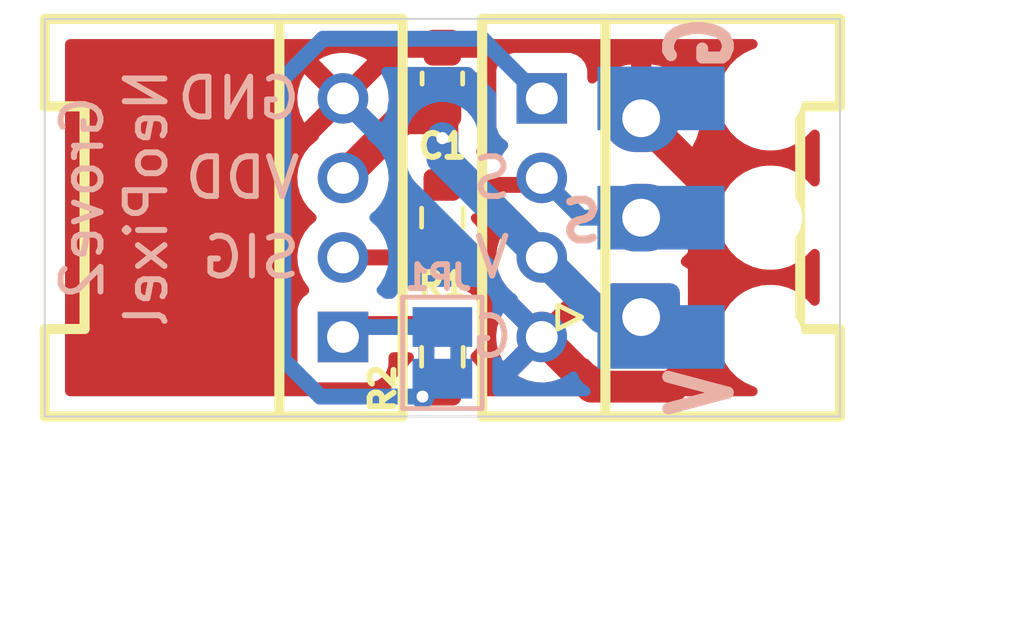
<source format=kicad_pcb>
(kicad_pcb (version 20211014) (generator pcbnew)
  (layers (0 "F.Cu" signal) (31 "B.Cu" signal) (34 "B.Paste" user) (35 "F.Paste" user) (36 "B.SilkS" user "B.Silkscreen") (37 "F.SilkS" user "F.Silkscreen") (38 "B.Mask" user) (39 "F.Mask" user) (44 "Edge.Cuts" user))
  (net 0 "")
  (net 1 "VDD")
  (net 2 "GND")
  (net 3 "Net-(CN1-Pad1)")
  (net 4 "Net-(CN1-Pad2)")
  (net 5 "Net-(CN2-Pad1)")
  (net 6 "Net-(CN2-Pad2)")
  (footprint "akita:MountingHole_1.6mm" (layer "F.Cu") (at 18.75 8)
    (fp_text reference "REF**" hide)
    (fp_text value "MountingHole_1.6mm" hide)
    (pad "" np_thru_hole circle (at 0 0) (size 1.6 1.6) (drill 1.6) (layers F&B.Cu *.Mask))
  )
  (footprint "Resistor_SMD:R_0603_1608Metric" (layer "F.Cu") (at 10.5 8.5 -90)
    (fp_text reference "R2" (at 0.8 1.5 -90) (layer "F.SilkS") (effects (font (size 0.6 0.6))))
    (fp_text value "NA")
    (fp_line (start -0.237258 0.5225) (end 0.237258 0.5225) (layer "F.SilkS") (width 0.12))
    (fp_line (start -0.237258 -0.5225) (end 0.237258 -0.5225) (layer "F.SilkS") (width 0.12))
    (pad "1" smd roundrect locked (at -0.825 0 270) (size 0.8 0.95) (layers "F.Cu" "F.Paste" "F.Mask") (net 3 "Net-(CN1-Pad1)"))
    (pad "2" smd roundrect locked (at 0.825 0 270) (size 0.8 0.95) (layers "F.Cu" "F.Paste" "F.Mask") (net 5 "Net-(CN2-Pad1)"))
  )
  (footprint "Capacitor_SMD:C_0603_1608Metric" (layer "F.Cu") (at 10.5 1.5 90)
    (fp_text reference "C1" (at -1.7 0) (layer "F.SilkS") (effects (font (size 0.6 0.6))))
    (fp_text value "C")
    (fp_line (start -0.14058 -0.51) (end 0.14058 -0.51) (layer "F.SilkS") (width 0.12))
    (fp_line (start -0.14058 0.51) (end 0.14058 0.51) (layer "F.SilkS") (width 0.12))
    (pad "1" smd roundrect locked (at -0.775 0 90) (size 0.9 0.95) (layers "F.Cu" "F.Paste" "F.Mask") (net 1 "VDD"))
    (pad "2" smd roundrect locked (at 0.775 0 90) (size 0.9 0.95) (layers "F.Cu" "F.Paste" "F.Mask") (net 2 "GND"))
  )
  (footprint "akita:CON_GROVE_H" (layer "F.Cu") (at 8 5 90)
    (fp_text reference "CN1" hide)
    (fp_text value "CON_GROVE")
    (fp_line (start 2.8 -7.5) (end 5 -7.5) (layer "F.SilkS") (width 0.254))
    (fp_line (start 5 1.5) (end 5 -1.6) (layer "F.SilkS") (width 0.254))
    (fp_line (start -5 -7.5) (end -2.8 -7.5) (layer "F.SilkS") (width 0.254))
    (fp_line (start 2.8 -6.5) (end 2.8 -7.5) (layer "F.SilkS") (width 0.254))
    (fp_line (start -5 -1.6) (end 5 -1.6) (layer "F.SilkS") (width 0.254))
    (fp_line (start -2.8 -7.5) (end -2.8 -6.5) (layer "F.SilkS") (width 0.254))
    (fp_line (start -5 -1.6) (end -5 1.5) (layer "F.SilkS") (width 0.254))
    (fp_line (start 5 -1.6) (end 5 -7.5) (layer "F.SilkS") (width 0.254))
    (fp_line (start -5 -1) (end -5 1) (layer "F.SilkS") (width 0.127))
    (fp_line (start -5 -7.5) (end -5 -1.6) (layer "F.SilkS") (width 0.254))
    (fp_line (start -5 1.5) (end 5 1.5) (layer "F.SilkS") (width 0.254))
    (fp_line (start -2.8 -6.5) (end 2.8 -6.5) (layer "F.SilkS") (width 0.254))
    (pad "1" thru_hole rect (at -3 0 90) (size 1.27 1.27) (drill 0.8) (layers *.Cu *.Mask) (net 3 "Net-(CN1-Pad1)"))
    (pad "2" thru_hole circle (at -1 0 90) (size 1.27 1.27) (drill 0.8) (layers *.Cu *.Mask) (net 4 "Net-(CN1-Pad2)"))
    (pad "3" thru_hole circle (at 1 0 90) (size 1.27 1.27) (drill 0.8) (layers *.Cu *.Mask) (net 1 "VDD"))
    (pad "4" thru_hole circle (at 3 0 90) (size 1.27 1.27) (drill 0.8) (layers *.Cu *.Mask) (net 2 "GND"))
  )
  (footprint "akita:MountingHole_1.6mm" (layer "F.Cu") (at 18.75 2)
    (fp_text reference "REF**" hide)
    (fp_text value "MountingHole_1.6mm" hide)
    (pad "" np_thru_hole circle (at 0 0) (size 1.6 1.6) (drill 1.6) (layers F&B.Cu *.Mask))
  )
  (footprint "akita:MountingHole_1.6mm" (layer "F.Cu") (at 18.75 5)
    (fp_text reference "REF**" hide)
    (fp_text value "MountingHole_1.6mm" hide)
    (pad "" np_thru_hole circle (at 0 0) (size 1.6 1.6) (drill 1.6) (layers F&B.Cu *.Mask))
  )
  (footprint "Connector_JST:JST_XH_S3B-XH-A-1_1x03_P2.50mm_Horizontal" (layer "F.Cu") (at 15.5 7.5 90)
    (fp_text reference "J1" hide)
    (fp_text value "Conn_01x03")
    (fp_line (start -0.3 -2.1) (end 0.3 -2.1) (layer "F.SilkS") (width 0.12))
    (fp_line (start 0 -1.5) (end -0.3 -2.1) (layer "F.SilkS") (width 0.12))
    (fp_line (start 0.3 -2.1) (end 0 -1.5) (layer "F.SilkS") (width 0.12))
    (pad "1" thru_hole roundrect (at 0 0 90) (size 1.7 1.95) (drill 0.95) (layers *.Cu *.Mask) (roundrect_rratio 0.147059) (net 1 "VDD"))
    (pad "2" thru_hole oval (at 2.5 0 90) (size 1.7 1.95) (drill 0.95) (layers *.Cu *.Mask) (net 6 "Net-(CN2-Pad2)"))
    (pad "3" thru_hole oval (at 5 0 90) (size 1.7 1.95) (drill 0.95) (layers *.Cu *.Mask) (net 2 "GND"))
  )
  (footprint "Resistor_SMD:R_0603_1608Metric" (layer "F.Cu") (at 10.5 5 90)
    (fp_text reference "R1" (at -1.7 0) (layer "F.SilkS") (effects (font (size 0.6 0.6))))
    (fp_text value "100")
    (fp_line (start -0.237258 0.5225) (end 0.237258 0.5225) (layer "F.SilkS") (width 0.12))
    (fp_line (start -0.237258 -0.5225) (end 0.237258 -0.5225) (layer "F.SilkS") (width 0.12))
    (pad "1" smd roundrect locked (at -0.825 0 90) (size 0.8 0.95) (layers "F.Cu" "F.Paste" "F.Mask") (net 4 "Net-(CN1-Pad2)"))
    (pad "2" smd roundrect locked (at 0.825 0 90) (size 0.8 0.95) (layers "F.Cu" "F.Paste" "F.Mask") (net 6 "Net-(CN2-Pad2)"))
  )
  (footprint "akita:CON_GROVE_H" (layer "F.Cu") (at 13 5 -90)
    (fp_text reference "CN2" hide)
    (fp_text value "CON_GROVE")
    (fp_line (start 5 -1.6) (end 5 -7.5) (layer "F.SilkS") (width 0.254))
    (fp_line (start -5 -7.5) (end -5 -1.6) (layer "F.SilkS") (width 0.254))
    (fp_line (start -5 -7.5) (end -2.8 -7.5) (layer "F.SilkS") (width 0.254))
    (fp_line (start -5 -1) (end -5 1) (layer "F.SilkS") (width 0.127))
    (fp_line (start -5 -1.6) (end -5 1.5) (layer "F.SilkS") (width 0.254))
    (fp_line (start 2.8 -6.5) (end 2.8 -7.5) (layer "F.SilkS") (width 0.254))
    (fp_line (start -2.8 -6.5) (end 2.8 -6.5) (layer "F.SilkS") (width 0.254))
    (fp_line (start -5 1.5) (end 5 1.5) (layer "F.SilkS") (width 0.254))
    (fp_line (start -5 -1.6) (end 5 -1.6) (layer "F.SilkS") (width 0.254))
    (fp_line (start -2.8 -7.5) (end -2.8 -6.5) (layer "F.SilkS") (width 0.254))
    (fp_line (start 5 1.5) (end 5 -1.6) (layer "F.SilkS") (width 0.254))
    (fp_line (start 2.8 -7.5) (end 5 -7.5) (layer "F.SilkS") (width 0.254))
    (pad "1" thru_hole rect (at -3 0 270) (size 1.27 1.27) (drill 0.8) (layers *.Cu *.Mask) (net 5 "Net-(CN2-Pad1)"))
    (pad "2" thru_hole circle (at -1 0 270) (size 1.27 1.27) (drill 0.8) (layers *.Cu *.Mask) (net 6 "Net-(CN2-Pad2)"))
    (pad "3" thru_hole circle (at 1 0 270) (size 1.27 1.27) (drill 0.8) (layers *.Cu *.Mask) (net 1 "VDD"))
    (pad "4" thru_hole circle (at 3 0 270) (size 1.27 1.27) (drill 0.8) (layers *.Cu *.Mask) (net 2 "GND"))
  )
  (footprint "akita:Pad_SMD1.6x3.2mm" (layer "B.Cu") (at 16 5 180)
    (fp_text reference "J3" hide)
    (fp_text value "Conn_01x01" hide)
    (pad "1" smd rect (at 0 0 180) (size 3.2 1.6) (layers "B.Cu" "B.Mask") (net 6 "Net-(CN2-Pad2)"))
  )
  (footprint "akita:Pad_SMD1.6x3.2mm" (layer "B.Cu") (at 16 8 180)
    (fp_text reference "J2" hide)
    (fp_text value "Conn_01x01" hide)
    (pad "1" smd rect (at 0 0 180) (size 3.2 1.6) (layers "B.Cu" "B.Mask") (net 1 "VDD"))
  )
  (footprint "akita:Pad_SMD1.6x3.2mm" (layer "B.Cu") (at 16 2 180)
    (fp_text reference "J4" hide)
    (fp_text value "Conn_01x01" hide)
    (pad "1" smd rect (at 0 0 180) (size 3.2 1.6) (layers "B.Cu" "B.Mask") (net 2 "GND"))
  )
  (footprint "Jumper:SolderJumper-2_P1.3mm_Bridged2Bar_Pad1.0x1.5mm" (layer "B.Cu") (at 10.5 8.4 -90)
    (fp_text reference "JP1" (at -1.9 0.1 180) (layer "B.SilkS") (effects (font (size 0.6 0.6)) (justify mirror)))
    (fp_text value "Jumper_2_Bridged")
    (fp_poly (pts (xy -0.25 -0.2) (xy 0.25 -0.2) (xy 0.25 -0.6) (xy -0.25 -0.6)) (layer "B.Cu") (width 0) (fill solid))
    (fp_poly (pts (xy -0.25 0.6) (xy 0.25 0.6) (xy 0.25 0.2) (xy -0.25 0.2)) (layer "B.Cu") (width 0) (fill solid))
    (fp_line (start -1.4 -1) (end -1.4 1) (layer "B.SilkS") (width 0.12))
    (fp_line (start 1.4 -1) (end -1.4 -1) (layer "B.SilkS") (width 0.12))
    (fp_line (start 1.4 1) (end 1.4 -1) (layer "B.SilkS") (width 0.12))
    (fp_line (start -1.4 1) (end 1.4 1) (layer "B.SilkS") (width 0.12))
    (pad "1" smd rect locked (at -0.65 0 270) (size 1 1.5) (layers "B.Cu" "B.Mask") (net 3 "Net-(CN1-Pad1)"))
    (pad "2" smd rect locked (at 0.65 0 270) (size 1 1.5) (layers "B.Cu" "B.Mask") (net 5 "Net-(CN2-Pad1)"))
  )
  (gr_line (start 20.5 10) (end 0.5 10) (layer "Edge.Cuts") (width 0.05))
  (gr_line (start 20.5 0) (end 20.5 10) (layer "Edge.Cuts") (width 0.05))
  (gr_line (start 0.5 10) (end 0.5 0) (layer "Edge.Cuts") (width 0.05))
  (gr_line (start 0.5 0) (end 20.5 0) (layer "Edge.Cuts") (width 0.05))
  (gr_text "V\n" (at 17 9.4 90) (layer "B.SilkS") (effects (font (size 1.5 1.2) (thickness 0.3)) (justify mirror)))
  (gr_text "V" (at 11.75 6) (layer "B.SilkS") (effects (font (size 1 1)) (justify mirror)))
  (gr_text "G" (at 17 0.6 90) (layer "B.SilkS") (effects (font (size 1.5 1.2) (thickness 0.3)) (justify mirror)))
  (gr_text "VDD" (at 7 4) (layer "B.SilkS") (effects (font (size 1 1)) (justify left mirror)))
  (gr_text "S" (at 14 5 180) (layer "B.SilkS") (effects (font (size 1 1) (thickness 0.2)) (justify mirror)))
  (gr_text "G" (at 11.75 8) (layer "B.SilkS") (effects (font (size 1 1)) (justify mirror)))
  (gr_text "GND" (at 7 2) (layer "B.SilkS") (effects (font (size 1 1)) (justify left mirror)))
  (gr_text "S" (at 11.75 4) (layer "B.SilkS") (effects (font (size 1 1)) (justify mirror)))
  (gr_text "Grove2\nNeoPixel" (at 2.25 4.5 90) (layer "B.SilkS") (effects (font (size 1 1)) (justify mirror)))
  (gr_text "SIG" (at 7 6) (layer "B.SilkS") (effects (font (size 1 1)) (justify left mirror)))
  (segment (start 8 4) (end 9.5 2.5) (width 0.8) (layer "F.Cu") (net 1))
  (segment (start 10.5 3) (end 10.5 2.5) (width 0.8) (layer "F.Cu") (net 1))
  (segment (start 9.5 2.5) (end 10.5 2.5) (width 0.8) (layer "F.Cu") (net 1))
  (via (at 10.5 3) (size 0.6) (drill 0.3) (layers "F.Cu" "B.Cu") (net 1))
  (via (at 10.5 3) (size 0.6) (drill 0.3) (layers "F.Cu" "B.Cu") (net 1))
  (segment (start 14.5 7.5) (end 15.5 7.5) (width 0.8) (layer "B.Cu") (net 1))
  (segment (start 10.5 3.5) (end 10.5 3) (width 0.8) (layer "B.Cu") (net 1))
  (segment (start 13 6) (end 10.5 3.5) (width 0.8) (layer "B.Cu") (net 1))
  (segment (start 13 6) (end 14.5 7.5) (width 0.8) (layer "B.Cu") (net 1))
  (segment (start 14.25 9.25) (end 16.276402 9.25) (width 0.8) (layer "F.Cu") (net 2))
  (segment (start 13 8) (end 14.25 9.25) (width 0.8) (layer "F.Cu") (net 2))
  (segment (start 16.276402 9.25) (end 17.07452 8.451882) (width 0.8) (layer "F.Cu") (net 2))
  (segment (start 17.07452 8.451882) (end 17.07452 4.07452) (width 0.8) (layer "F.Cu") (net 2))
  (segment (start 17.07452 4.07452) (end 15.5 2.5) (width 0.8) (layer "F.Cu") (net 2))
  (segment (start 8.325 7.675) (end 8 8) (width 0.4) (layer "F.Cu") (net 3))
  (segment (start 10.5 7.675) (end 8.325 7.675) (width 0.4) (layer "F.Cu") (net 3))
  (segment (start 8.25 7.75) (end 8 8) (width 0.4) (layer "B.Cu") (net 3))
  (segment (start 10.5 7.75) (end 8.25 7.75) (width 0.4) (layer "B.Cu") (net 3))
  (segment (start 8 6) (end 10.5 6) (width 0.4) (layer "F.Cu") (net 4))
  (segment (start 10.5 9.325) (end 10.175 9.325) (width 0.4) (layer "F.Cu") (net 5))
  (segment (start 10.175 9.325) (end 10 9.5) (width 0.4) (layer "F.Cu") (net 5))
  (via (at 10 9.5) (size 0.6) (drill 0.3) (layers "F.Cu" "B.Cu") (net 5))
  (segment (start 6.5 1.5) (end 7.5 0.5) (width 0.4) (layer "B.Cu") (net 5))
  (segment (start 7.430978 9.5) (end 6.5 8.569022) (width 0.4) (layer "B.Cu") (net 5))
  (segment (start 10.5 9.05) (end 10.05 9.5) (width 0.4) (layer "B.Cu") (net 5))
  (segment (start 7.5 0.5) (end 11.5 0.5) (width 0.4) (layer "B.Cu") (net 5))
  (segment (start 10.05 9.5) (end 7.430978 9.5) (width 0.4) (layer "B.Cu") (net 5))
  (segment (start 6.5 8.569022) (end 6.5 1.5) (width 0.4) (layer "B.Cu") (net 5))
  (segment (start 11.5 0.5) (end 13 2) (width 0.4) (layer "B.Cu") (net 5))
  (segment (start 12.825 4.175) (end 13 4) (width 0.4) (layer "F.Cu") (net 6))
  (segment (start 10.5 4.175) (end 12.825 4.175) (width 0.4) (layer "F.Cu") (net 6))
  (segment (start 15.5 5) (end 14 5) (width 0.4) (layer "B.Cu") (net 6))
  (segment (start 14 5) (end 13 4) (width 0.4) (layer "B.Cu") (net 6))
  (zone (net 2) (net_name "GND") (layers F&B.Cu) (connect_pads (clearance 0.508)) (min_thickness 0.254) (fill yes (thermal_gap 0.508) (thermal_bridge_width 0.508))
    (polygon (pts (xy 20.5 10) (xy 0.5 10) (xy 0.5 0) (xy 20.5 0)))
  )
)
</source>
